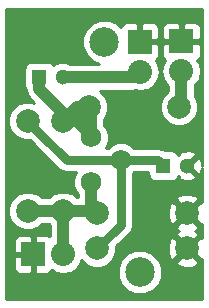
<source format=gbr>
G04 #@! TF.FileFunction,Copper,L2,Bot,Signal*
%FSLAX46Y46*%
G04 Gerber Fmt 4.6, Leading zero omitted, Abs format (unit mm)*
G04 Created by KiCad (PCBNEW 0.201603131216+6619~43~ubuntu14.04.1-product) date Mon 14 Mar 2016 01:51:23 PM EET*
%MOMM*%
G01*
G04 APERTURE LIST*
%ADD10C,0.100000*%
%ADD11C,2.500000*%
%ADD12C,1.998980*%
%ADD13C,1.750060*%
%ADD14R,1.300000X1.300000*%
%ADD15C,1.300000*%
%ADD16R,2.032000X2.032000*%
%ADD17O,2.032000X2.032000*%
%ADD18C,1.000000*%
%ADD19C,0.800000*%
%ADD20C,0.254000*%
G04 APERTURE END LIST*
D10*
D11*
X123000000Y-75000000D03*
D12*
X116500000Y-69810000D03*
X116500000Y-62190000D03*
D13*
X118865000Y-67405000D03*
X121405000Y-65500000D03*
X118865000Y-63595000D03*
D14*
X114500000Y-58500000D03*
D15*
X116500000Y-58500000D03*
D14*
X125000000Y-66000000D03*
D15*
X127000000Y-66000000D03*
D16*
X113960000Y-73500000D03*
D17*
X116500000Y-73500000D03*
D16*
X126500000Y-55460000D03*
D17*
X126500000Y-58000000D03*
D16*
X123000000Y-55500000D03*
D17*
X123000000Y-58040000D03*
D12*
X119380000Y-70000000D03*
X127000000Y-70000000D03*
X119380000Y-73000000D03*
X127000000Y-73000000D03*
X118690000Y-61000000D03*
X126310000Y-61000000D03*
X113500000Y-69810000D03*
X113500000Y-62190000D03*
D11*
X120000000Y-55500000D03*
D18*
X117690000Y-61000000D02*
X116500000Y-62190000D01*
X118500000Y-62000000D02*
X116690000Y-62000000D01*
X116690000Y-62000000D02*
X116500000Y-62190000D01*
X114500000Y-58500000D02*
X114500000Y-59500000D01*
X114500000Y-59500000D02*
X116500000Y-61500000D01*
X116500000Y-61500000D02*
X116500000Y-62190000D01*
X118865000Y-63595000D02*
X118865000Y-63365000D01*
X118865000Y-63365000D02*
X117690000Y-62190000D01*
X117690000Y-62190000D02*
X116500000Y-62190000D01*
X118690000Y-61000000D02*
X117690000Y-61000000D01*
X118865000Y-63595000D02*
X118865000Y-61175000D01*
X118865000Y-61175000D02*
X118690000Y-61000000D01*
D19*
X119190000Y-61000000D02*
X117690000Y-61000000D01*
D18*
X123000000Y-58040000D02*
X122540000Y-58500000D01*
X122540000Y-58500000D02*
X116500000Y-58500000D01*
D19*
X119380000Y-73000000D02*
X121405000Y-70975000D01*
X121405000Y-70975000D02*
X121405000Y-65500000D01*
X121405000Y-65500000D02*
X116810000Y-65500000D01*
X116810000Y-65500000D02*
X114499489Y-63189489D01*
X114499489Y-63189489D02*
X113500000Y-62190000D01*
X121405000Y-65500000D02*
X124500000Y-65500000D01*
X124500000Y-65500000D02*
X125000000Y-66000000D01*
X124960000Y-66040000D02*
X125000000Y-66000000D01*
D18*
X116500000Y-69810000D02*
X116500000Y-73500000D01*
X118865000Y-67405000D02*
X118865000Y-69485000D01*
X118865000Y-69485000D02*
X119380000Y-70000000D01*
X116500000Y-69810000D02*
X119190000Y-69810000D01*
X119190000Y-69810000D02*
X119380000Y-70000000D01*
X113500000Y-69810000D02*
X116500000Y-69810000D01*
X126500000Y-58000000D02*
X126500000Y-60810000D01*
X126500000Y-60810000D02*
X126310000Y-61000000D01*
D20*
G36*
X128290000Y-66049235D02*
X128268083Y-65670572D01*
X128129611Y-65336271D01*
X127899016Y-65280590D01*
X127179605Y-66000000D01*
X127899016Y-66719410D01*
X128129611Y-66663729D01*
X128290000Y-66202825D01*
X128290000Y-69078382D01*
X128152163Y-69027443D01*
X127179605Y-70000000D01*
X128152163Y-70972557D01*
X128290000Y-70921618D01*
X128290000Y-72078382D01*
X128152163Y-72027443D01*
X127179605Y-73000000D01*
X128152163Y-73972557D01*
X128290000Y-73921618D01*
X128290000Y-77290000D01*
X111710000Y-77290000D01*
X111710000Y-75373305D01*
X121114674Y-75373305D01*
X121401043Y-76066372D01*
X121930839Y-76597093D01*
X122623405Y-76884672D01*
X123373305Y-76885326D01*
X124066372Y-76598957D01*
X124597093Y-76069161D01*
X124884672Y-75376595D01*
X124885326Y-74626695D01*
X124689254Y-74152163D01*
X126027443Y-74152163D01*
X126126042Y-74418965D01*
X126735582Y-74645401D01*
X127385377Y-74621341D01*
X127873958Y-74418965D01*
X127972557Y-74152163D01*
X127000000Y-73179605D01*
X126027443Y-74152163D01*
X124689254Y-74152163D01*
X124598957Y-73933628D01*
X124069161Y-73402907D01*
X123376595Y-73115328D01*
X122626695Y-73114674D01*
X121933628Y-73401043D01*
X121402907Y-73930839D01*
X121115328Y-74623405D01*
X121114674Y-75373305D01*
X111710000Y-75373305D01*
X111710000Y-73785750D01*
X112309000Y-73785750D01*
X112309000Y-74642309D01*
X112405673Y-74875698D01*
X112584301Y-75054327D01*
X112817690Y-75151000D01*
X113674250Y-75151000D01*
X113833000Y-74992250D01*
X113833000Y-73627000D01*
X112467750Y-73627000D01*
X112309000Y-73785750D01*
X111710000Y-73785750D01*
X111710000Y-72357691D01*
X112309000Y-72357691D01*
X112309000Y-73214250D01*
X112467750Y-73373000D01*
X113833000Y-73373000D01*
X113833000Y-72007750D01*
X113674250Y-71849000D01*
X112817690Y-71849000D01*
X112584301Y-71945673D01*
X112405673Y-72124302D01*
X112309000Y-72357691D01*
X111710000Y-72357691D01*
X111710000Y-62513694D01*
X111865226Y-62513694D01*
X112113538Y-63114655D01*
X112572927Y-63574846D01*
X113173453Y-63824206D01*
X113670929Y-63824641D01*
X113767631Y-63921342D01*
X113767633Y-63921345D01*
X116078144Y-66231856D01*
X116413923Y-66456215D01*
X116810000Y-66535001D01*
X116810005Y-66535000D01*
X117599150Y-66535000D01*
X117585606Y-66548520D01*
X117355233Y-67103319D01*
X117354709Y-67704046D01*
X117584113Y-68259246D01*
X117730000Y-68405388D01*
X117730000Y-68675000D01*
X117676484Y-68675000D01*
X117427073Y-68425154D01*
X116826547Y-68175794D01*
X116176306Y-68175226D01*
X115575345Y-68423538D01*
X115323444Y-68675000D01*
X114676484Y-68675000D01*
X114427073Y-68425154D01*
X113826547Y-68175794D01*
X113176306Y-68175226D01*
X112575345Y-68423538D01*
X112115154Y-68882927D01*
X111865794Y-69483453D01*
X111865226Y-70133694D01*
X112113538Y-70734655D01*
X112572927Y-71194846D01*
X113173453Y-71444206D01*
X113823694Y-71444774D01*
X114424655Y-71196462D01*
X114676556Y-70945000D01*
X115323516Y-70945000D01*
X115365000Y-70986556D01*
X115365000Y-71974974D01*
X115335699Y-71945673D01*
X115102310Y-71849000D01*
X114245750Y-71849000D01*
X114087000Y-72007750D01*
X114087000Y-73373000D01*
X114107000Y-73373000D01*
X114107000Y-73627000D01*
X114087000Y-73627000D01*
X114087000Y-74992250D01*
X114245750Y-75151000D01*
X115102310Y-75151000D01*
X115335699Y-75054327D01*
X115514327Y-74875698D01*
X115531999Y-74833034D01*
X115868190Y-75057670D01*
X116500000Y-75183345D01*
X117131810Y-75057670D01*
X117667433Y-74699778D01*
X118025325Y-74164155D01*
X118059768Y-73991000D01*
X118452927Y-74384846D01*
X119053453Y-74634206D01*
X119703694Y-74634774D01*
X120304655Y-74386462D01*
X120764846Y-73927073D01*
X121014206Y-73326547D01*
X121014641Y-72829071D01*
X121108129Y-72735582D01*
X125354599Y-72735582D01*
X125378659Y-73385377D01*
X125581035Y-73873958D01*
X125847837Y-73972557D01*
X126820395Y-73000000D01*
X125847837Y-72027443D01*
X125581035Y-72126042D01*
X125354599Y-72735582D01*
X121108129Y-72735582D01*
X122136853Y-71706858D01*
X122136856Y-71706856D01*
X122312352Y-71444206D01*
X122361215Y-71371078D01*
X122404760Y-71152163D01*
X126027443Y-71152163D01*
X126126042Y-71418965D01*
X126332317Y-71495593D01*
X126126042Y-71581035D01*
X126027443Y-71847837D01*
X127000000Y-72820395D01*
X127972557Y-71847837D01*
X127873958Y-71581035D01*
X127667683Y-71504407D01*
X127873958Y-71418965D01*
X127972557Y-71152163D01*
X127000000Y-70179605D01*
X126027443Y-71152163D01*
X122404760Y-71152163D01*
X122440000Y-70975000D01*
X122440000Y-69735582D01*
X125354599Y-69735582D01*
X125378659Y-70385377D01*
X125581035Y-70873958D01*
X125847837Y-70972557D01*
X126820395Y-70000000D01*
X125847837Y-69027443D01*
X125581035Y-69126042D01*
X125354599Y-69735582D01*
X122440000Y-69735582D01*
X122440000Y-68847837D01*
X126027443Y-68847837D01*
X127000000Y-69820395D01*
X127972557Y-68847837D01*
X127873958Y-68581035D01*
X127264418Y-68354599D01*
X126614623Y-68378659D01*
X126126042Y-68581035D01*
X126027443Y-68847837D01*
X122440000Y-68847837D01*
X122440000Y-66600448D01*
X122505562Y-66535000D01*
X123702560Y-66535000D01*
X123702560Y-66650000D01*
X123751843Y-66897765D01*
X123892191Y-67107809D01*
X124102235Y-67248157D01*
X124350000Y-67297440D01*
X125650000Y-67297440D01*
X125897765Y-67248157D01*
X126107809Y-67107809D01*
X126180323Y-66999285D01*
X126280590Y-66899018D01*
X126336271Y-67129611D01*
X126819078Y-67297622D01*
X127329428Y-67268083D01*
X127663729Y-67129611D01*
X127719410Y-66899016D01*
X127000000Y-66179605D01*
X126985858Y-66193748D01*
X126806252Y-66014142D01*
X126820395Y-66000000D01*
X126806252Y-65985858D01*
X126985858Y-65806252D01*
X127000000Y-65820395D01*
X127719410Y-65100984D01*
X127663729Y-64870389D01*
X127180922Y-64702378D01*
X126670572Y-64731917D01*
X126336271Y-64870389D01*
X126280590Y-65100982D01*
X126180323Y-65000715D01*
X126107809Y-64892191D01*
X125897765Y-64751843D01*
X125650000Y-64702560D01*
X125133702Y-64702560D01*
X124896077Y-64543785D01*
X124500000Y-64464999D01*
X124499995Y-64465000D01*
X122505448Y-64465000D01*
X122261480Y-64220606D01*
X121706681Y-63990233D01*
X121105954Y-63989709D01*
X120550754Y-64219113D01*
X120304438Y-64465000D01*
X120130850Y-64465000D01*
X120144394Y-64451480D01*
X120374767Y-63896681D01*
X120375291Y-63295954D01*
X120145887Y-62740754D01*
X120000000Y-62594612D01*
X120000000Y-62001789D01*
X120074846Y-61927073D01*
X120324206Y-61326547D01*
X120324208Y-61323694D01*
X124675226Y-61323694D01*
X124923538Y-61924655D01*
X125382927Y-62384846D01*
X125983453Y-62634206D01*
X126633694Y-62634774D01*
X127234655Y-62386462D01*
X127694846Y-61927073D01*
X127944206Y-61326547D01*
X127944774Y-60676306D01*
X127696462Y-60075345D01*
X127635000Y-60013776D01*
X127635000Y-59210716D01*
X127699778Y-59167433D01*
X128057670Y-58631810D01*
X128183345Y-58000000D01*
X128057670Y-57368190D01*
X127833034Y-57031999D01*
X127875698Y-57014327D01*
X128054327Y-56835699D01*
X128151000Y-56602310D01*
X128151000Y-55745750D01*
X127992250Y-55587000D01*
X126627000Y-55587000D01*
X126627000Y-55607000D01*
X126373000Y-55607000D01*
X126373000Y-55587000D01*
X125007750Y-55587000D01*
X124849000Y-55745750D01*
X124849000Y-56602310D01*
X124945673Y-56835699D01*
X125124302Y-57014327D01*
X125166966Y-57031999D01*
X124942330Y-57368190D01*
X124816655Y-58000000D01*
X124942330Y-58631810D01*
X125300222Y-59167433D01*
X125365000Y-59210716D01*
X125365000Y-59633848D01*
X124925154Y-60072927D01*
X124675794Y-60673453D01*
X124675226Y-61323694D01*
X120324208Y-61323694D01*
X120324774Y-60676306D01*
X120076462Y-60075345D01*
X119636884Y-59635000D01*
X122540000Y-59635000D01*
X122613062Y-59620467D01*
X122967655Y-59691000D01*
X123032345Y-59691000D01*
X123664155Y-59565325D01*
X124199778Y-59207433D01*
X124557670Y-58671810D01*
X124683345Y-58040000D01*
X124557670Y-57408190D01*
X124333034Y-57071999D01*
X124375698Y-57054327D01*
X124554327Y-56875699D01*
X124651000Y-56642310D01*
X124651000Y-55785750D01*
X124492250Y-55627000D01*
X123127000Y-55627000D01*
X123127000Y-55647000D01*
X122873000Y-55647000D01*
X122873000Y-55627000D01*
X122853000Y-55627000D01*
X122853000Y-55373000D01*
X122873000Y-55373000D01*
X122873000Y-54007750D01*
X123127000Y-54007750D01*
X123127000Y-55373000D01*
X124492250Y-55373000D01*
X124651000Y-55214250D01*
X124651000Y-54357690D01*
X124634432Y-54317690D01*
X124849000Y-54317690D01*
X124849000Y-55174250D01*
X125007750Y-55333000D01*
X126373000Y-55333000D01*
X126373000Y-53967750D01*
X126627000Y-53967750D01*
X126627000Y-55333000D01*
X127992250Y-55333000D01*
X128151000Y-55174250D01*
X128151000Y-54317690D01*
X128054327Y-54084301D01*
X127875698Y-53905673D01*
X127642309Y-53809000D01*
X126785750Y-53809000D01*
X126627000Y-53967750D01*
X126373000Y-53967750D01*
X126214250Y-53809000D01*
X125357691Y-53809000D01*
X125124302Y-53905673D01*
X124945673Y-54084301D01*
X124849000Y-54317690D01*
X124634432Y-54317690D01*
X124554327Y-54124301D01*
X124375698Y-53945673D01*
X124142309Y-53849000D01*
X123285750Y-53849000D01*
X123127000Y-54007750D01*
X122873000Y-54007750D01*
X122714250Y-53849000D01*
X121857691Y-53849000D01*
X121624302Y-53945673D01*
X121445673Y-54124301D01*
X121400071Y-54234394D01*
X121069161Y-53902907D01*
X120376595Y-53615328D01*
X119626695Y-53614674D01*
X118933628Y-53901043D01*
X118402907Y-54430839D01*
X118115328Y-55123405D01*
X118114674Y-55873305D01*
X118401043Y-56566372D01*
X118930839Y-57097093D01*
X119576030Y-57365000D01*
X117117427Y-57365000D01*
X116756724Y-57215223D01*
X116245519Y-57214777D01*
X115773057Y-57409995D01*
X115681065Y-57501826D01*
X115607809Y-57392191D01*
X115397765Y-57251843D01*
X115150000Y-57202560D01*
X113850000Y-57202560D01*
X113602235Y-57251843D01*
X113392191Y-57392191D01*
X113251843Y-57602235D01*
X113202560Y-57850000D01*
X113202560Y-59150000D01*
X113251843Y-59397765D01*
X113384009Y-59595564D01*
X113451397Y-59934346D01*
X113500233Y-60007434D01*
X113697434Y-60302566D01*
X114038795Y-60643927D01*
X113826547Y-60555794D01*
X113176306Y-60555226D01*
X112575345Y-60803538D01*
X112115154Y-61262927D01*
X111865794Y-61863453D01*
X111865226Y-62513694D01*
X111710000Y-62513694D01*
X111710000Y-52710000D01*
X128290000Y-52710000D01*
X128290000Y-66049235D01*
X128290000Y-66049235D01*
G37*
X128290000Y-66049235D02*
X128268083Y-65670572D01*
X128129611Y-65336271D01*
X127899016Y-65280590D01*
X127179605Y-66000000D01*
X127899016Y-66719410D01*
X128129611Y-66663729D01*
X128290000Y-66202825D01*
X128290000Y-69078382D01*
X128152163Y-69027443D01*
X127179605Y-70000000D01*
X128152163Y-70972557D01*
X128290000Y-70921618D01*
X128290000Y-72078382D01*
X128152163Y-72027443D01*
X127179605Y-73000000D01*
X128152163Y-73972557D01*
X128290000Y-73921618D01*
X128290000Y-77290000D01*
X111710000Y-77290000D01*
X111710000Y-75373305D01*
X121114674Y-75373305D01*
X121401043Y-76066372D01*
X121930839Y-76597093D01*
X122623405Y-76884672D01*
X123373305Y-76885326D01*
X124066372Y-76598957D01*
X124597093Y-76069161D01*
X124884672Y-75376595D01*
X124885326Y-74626695D01*
X124689254Y-74152163D01*
X126027443Y-74152163D01*
X126126042Y-74418965D01*
X126735582Y-74645401D01*
X127385377Y-74621341D01*
X127873958Y-74418965D01*
X127972557Y-74152163D01*
X127000000Y-73179605D01*
X126027443Y-74152163D01*
X124689254Y-74152163D01*
X124598957Y-73933628D01*
X124069161Y-73402907D01*
X123376595Y-73115328D01*
X122626695Y-73114674D01*
X121933628Y-73401043D01*
X121402907Y-73930839D01*
X121115328Y-74623405D01*
X121114674Y-75373305D01*
X111710000Y-75373305D01*
X111710000Y-73785750D01*
X112309000Y-73785750D01*
X112309000Y-74642309D01*
X112405673Y-74875698D01*
X112584301Y-75054327D01*
X112817690Y-75151000D01*
X113674250Y-75151000D01*
X113833000Y-74992250D01*
X113833000Y-73627000D01*
X112467750Y-73627000D01*
X112309000Y-73785750D01*
X111710000Y-73785750D01*
X111710000Y-72357691D01*
X112309000Y-72357691D01*
X112309000Y-73214250D01*
X112467750Y-73373000D01*
X113833000Y-73373000D01*
X113833000Y-72007750D01*
X113674250Y-71849000D01*
X112817690Y-71849000D01*
X112584301Y-71945673D01*
X112405673Y-72124302D01*
X112309000Y-72357691D01*
X111710000Y-72357691D01*
X111710000Y-62513694D01*
X111865226Y-62513694D01*
X112113538Y-63114655D01*
X112572927Y-63574846D01*
X113173453Y-63824206D01*
X113670929Y-63824641D01*
X113767631Y-63921342D01*
X113767633Y-63921345D01*
X116078144Y-66231856D01*
X116413923Y-66456215D01*
X116810000Y-66535001D01*
X116810005Y-66535000D01*
X117599150Y-66535000D01*
X117585606Y-66548520D01*
X117355233Y-67103319D01*
X117354709Y-67704046D01*
X117584113Y-68259246D01*
X117730000Y-68405388D01*
X117730000Y-68675000D01*
X117676484Y-68675000D01*
X117427073Y-68425154D01*
X116826547Y-68175794D01*
X116176306Y-68175226D01*
X115575345Y-68423538D01*
X115323444Y-68675000D01*
X114676484Y-68675000D01*
X114427073Y-68425154D01*
X113826547Y-68175794D01*
X113176306Y-68175226D01*
X112575345Y-68423538D01*
X112115154Y-68882927D01*
X111865794Y-69483453D01*
X111865226Y-70133694D01*
X112113538Y-70734655D01*
X112572927Y-71194846D01*
X113173453Y-71444206D01*
X113823694Y-71444774D01*
X114424655Y-71196462D01*
X114676556Y-70945000D01*
X115323516Y-70945000D01*
X115365000Y-70986556D01*
X115365000Y-71974974D01*
X115335699Y-71945673D01*
X115102310Y-71849000D01*
X114245750Y-71849000D01*
X114087000Y-72007750D01*
X114087000Y-73373000D01*
X114107000Y-73373000D01*
X114107000Y-73627000D01*
X114087000Y-73627000D01*
X114087000Y-74992250D01*
X114245750Y-75151000D01*
X115102310Y-75151000D01*
X115335699Y-75054327D01*
X115514327Y-74875698D01*
X115531999Y-74833034D01*
X115868190Y-75057670D01*
X116500000Y-75183345D01*
X117131810Y-75057670D01*
X117667433Y-74699778D01*
X118025325Y-74164155D01*
X118059768Y-73991000D01*
X118452927Y-74384846D01*
X119053453Y-74634206D01*
X119703694Y-74634774D01*
X120304655Y-74386462D01*
X120764846Y-73927073D01*
X121014206Y-73326547D01*
X121014641Y-72829071D01*
X121108129Y-72735582D01*
X125354599Y-72735582D01*
X125378659Y-73385377D01*
X125581035Y-73873958D01*
X125847837Y-73972557D01*
X126820395Y-73000000D01*
X125847837Y-72027443D01*
X125581035Y-72126042D01*
X125354599Y-72735582D01*
X121108129Y-72735582D01*
X122136853Y-71706858D01*
X122136856Y-71706856D01*
X122312352Y-71444206D01*
X122361215Y-71371078D01*
X122404760Y-71152163D01*
X126027443Y-71152163D01*
X126126042Y-71418965D01*
X126332317Y-71495593D01*
X126126042Y-71581035D01*
X126027443Y-71847837D01*
X127000000Y-72820395D01*
X127972557Y-71847837D01*
X127873958Y-71581035D01*
X127667683Y-71504407D01*
X127873958Y-71418965D01*
X127972557Y-71152163D01*
X127000000Y-70179605D01*
X126027443Y-71152163D01*
X122404760Y-71152163D01*
X122440000Y-70975000D01*
X122440000Y-69735582D01*
X125354599Y-69735582D01*
X125378659Y-70385377D01*
X125581035Y-70873958D01*
X125847837Y-70972557D01*
X126820395Y-70000000D01*
X125847837Y-69027443D01*
X125581035Y-69126042D01*
X125354599Y-69735582D01*
X122440000Y-69735582D01*
X122440000Y-68847837D01*
X126027443Y-68847837D01*
X127000000Y-69820395D01*
X127972557Y-68847837D01*
X127873958Y-68581035D01*
X127264418Y-68354599D01*
X126614623Y-68378659D01*
X126126042Y-68581035D01*
X126027443Y-68847837D01*
X122440000Y-68847837D01*
X122440000Y-66600448D01*
X122505562Y-66535000D01*
X123702560Y-66535000D01*
X123702560Y-66650000D01*
X123751843Y-66897765D01*
X123892191Y-67107809D01*
X124102235Y-67248157D01*
X124350000Y-67297440D01*
X125650000Y-67297440D01*
X125897765Y-67248157D01*
X126107809Y-67107809D01*
X126180323Y-66999285D01*
X126280590Y-66899018D01*
X126336271Y-67129611D01*
X126819078Y-67297622D01*
X127329428Y-67268083D01*
X127663729Y-67129611D01*
X127719410Y-66899016D01*
X127000000Y-66179605D01*
X126985858Y-66193748D01*
X126806252Y-66014142D01*
X126820395Y-66000000D01*
X126806252Y-65985858D01*
X126985858Y-65806252D01*
X127000000Y-65820395D01*
X127719410Y-65100984D01*
X127663729Y-64870389D01*
X127180922Y-64702378D01*
X126670572Y-64731917D01*
X126336271Y-64870389D01*
X126280590Y-65100982D01*
X126180323Y-65000715D01*
X126107809Y-64892191D01*
X125897765Y-64751843D01*
X125650000Y-64702560D01*
X125133702Y-64702560D01*
X124896077Y-64543785D01*
X124500000Y-64464999D01*
X124499995Y-64465000D01*
X122505448Y-64465000D01*
X122261480Y-64220606D01*
X121706681Y-63990233D01*
X121105954Y-63989709D01*
X120550754Y-64219113D01*
X120304438Y-64465000D01*
X120130850Y-64465000D01*
X120144394Y-64451480D01*
X120374767Y-63896681D01*
X120375291Y-63295954D01*
X120145887Y-62740754D01*
X120000000Y-62594612D01*
X120000000Y-62001789D01*
X120074846Y-61927073D01*
X120324206Y-61326547D01*
X120324208Y-61323694D01*
X124675226Y-61323694D01*
X124923538Y-61924655D01*
X125382927Y-62384846D01*
X125983453Y-62634206D01*
X126633694Y-62634774D01*
X127234655Y-62386462D01*
X127694846Y-61927073D01*
X127944206Y-61326547D01*
X127944774Y-60676306D01*
X127696462Y-60075345D01*
X127635000Y-60013776D01*
X127635000Y-59210716D01*
X127699778Y-59167433D01*
X128057670Y-58631810D01*
X128183345Y-58000000D01*
X128057670Y-57368190D01*
X127833034Y-57031999D01*
X127875698Y-57014327D01*
X128054327Y-56835699D01*
X128151000Y-56602310D01*
X128151000Y-55745750D01*
X127992250Y-55587000D01*
X126627000Y-55587000D01*
X126627000Y-55607000D01*
X126373000Y-55607000D01*
X126373000Y-55587000D01*
X125007750Y-55587000D01*
X124849000Y-55745750D01*
X124849000Y-56602310D01*
X124945673Y-56835699D01*
X125124302Y-57014327D01*
X125166966Y-57031999D01*
X124942330Y-57368190D01*
X124816655Y-58000000D01*
X124942330Y-58631810D01*
X125300222Y-59167433D01*
X125365000Y-59210716D01*
X125365000Y-59633848D01*
X124925154Y-60072927D01*
X124675794Y-60673453D01*
X124675226Y-61323694D01*
X120324208Y-61323694D01*
X120324774Y-60676306D01*
X120076462Y-60075345D01*
X119636884Y-59635000D01*
X122540000Y-59635000D01*
X122613062Y-59620467D01*
X122967655Y-59691000D01*
X123032345Y-59691000D01*
X123664155Y-59565325D01*
X124199778Y-59207433D01*
X124557670Y-58671810D01*
X124683345Y-58040000D01*
X124557670Y-57408190D01*
X124333034Y-57071999D01*
X124375698Y-57054327D01*
X124554327Y-56875699D01*
X124651000Y-56642310D01*
X124651000Y-55785750D01*
X124492250Y-55627000D01*
X123127000Y-55627000D01*
X123127000Y-55647000D01*
X122873000Y-55647000D01*
X122873000Y-55627000D01*
X122853000Y-55627000D01*
X122853000Y-55373000D01*
X122873000Y-55373000D01*
X122873000Y-54007750D01*
X123127000Y-54007750D01*
X123127000Y-55373000D01*
X124492250Y-55373000D01*
X124651000Y-55214250D01*
X124651000Y-54357690D01*
X124634432Y-54317690D01*
X124849000Y-54317690D01*
X124849000Y-55174250D01*
X125007750Y-55333000D01*
X126373000Y-55333000D01*
X126373000Y-53967750D01*
X126627000Y-53967750D01*
X126627000Y-55333000D01*
X127992250Y-55333000D01*
X128151000Y-55174250D01*
X128151000Y-54317690D01*
X128054327Y-54084301D01*
X127875698Y-53905673D01*
X127642309Y-53809000D01*
X126785750Y-53809000D01*
X126627000Y-53967750D01*
X126373000Y-53967750D01*
X126214250Y-53809000D01*
X125357691Y-53809000D01*
X125124302Y-53905673D01*
X124945673Y-54084301D01*
X124849000Y-54317690D01*
X124634432Y-54317690D01*
X124554327Y-54124301D01*
X124375698Y-53945673D01*
X124142309Y-53849000D01*
X123285750Y-53849000D01*
X123127000Y-54007750D01*
X122873000Y-54007750D01*
X122714250Y-53849000D01*
X121857691Y-53849000D01*
X121624302Y-53945673D01*
X121445673Y-54124301D01*
X121400071Y-54234394D01*
X121069161Y-53902907D01*
X120376595Y-53615328D01*
X119626695Y-53614674D01*
X118933628Y-53901043D01*
X118402907Y-54430839D01*
X118115328Y-55123405D01*
X118114674Y-55873305D01*
X118401043Y-56566372D01*
X118930839Y-57097093D01*
X119576030Y-57365000D01*
X117117427Y-57365000D01*
X116756724Y-57215223D01*
X116245519Y-57214777D01*
X115773057Y-57409995D01*
X115681065Y-57501826D01*
X115607809Y-57392191D01*
X115397765Y-57251843D01*
X115150000Y-57202560D01*
X113850000Y-57202560D01*
X113602235Y-57251843D01*
X113392191Y-57392191D01*
X113251843Y-57602235D01*
X113202560Y-57850000D01*
X113202560Y-59150000D01*
X113251843Y-59397765D01*
X113384009Y-59595564D01*
X113451397Y-59934346D01*
X113500233Y-60007434D01*
X113697434Y-60302566D01*
X114038795Y-60643927D01*
X113826547Y-60555794D01*
X113176306Y-60555226D01*
X112575345Y-60803538D01*
X112115154Y-61262927D01*
X111865794Y-61863453D01*
X111865226Y-62513694D01*
X111710000Y-62513694D01*
X111710000Y-52710000D01*
X128290000Y-52710000D01*
X128290000Y-66049235D01*
M02*

</source>
